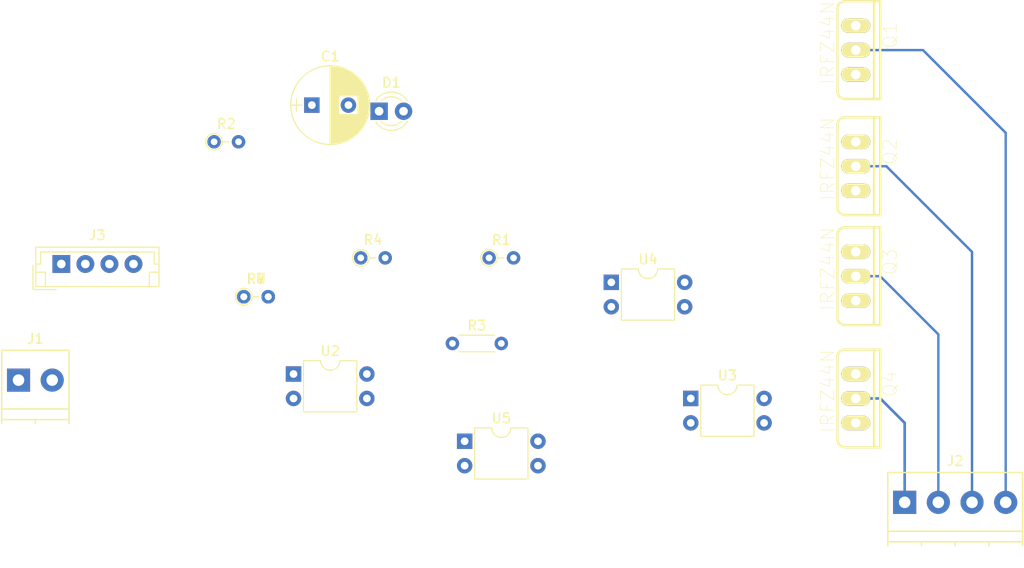
<source format=kicad_pcb>
(kicad_pcb (version 4) (host pcbnew 4.0.6)

  (general
    (links 40)
    (no_connects 34)
    (area 117.909999 73.967999 216.991 126.02)
    (thickness 1.6)
    (drawings 0)
    (tracks 18)
    (zones 0)
    (modules 22)
    (nets 21)
  )

  (page A4)
  (layers
    (0 F.Cu signal)
    (31 B.Cu signal)
    (32 B.Adhes user)
    (33 F.Adhes user)
    (34 B.Paste user)
    (35 F.Paste user)
    (36 B.SilkS user)
    (37 F.SilkS user)
    (38 B.Mask user)
    (39 F.Mask user)
    (40 Dwgs.User user)
    (41 Cmts.User user)
    (42 Eco1.User user)
    (43 Eco2.User user)
    (44 Edge.Cuts user)
    (45 Margin user)
    (46 B.CrtYd user)
    (47 F.CrtYd user)
    (48 B.Fab user)
    (49 F.Fab user)
  )

  (setup
    (last_trace_width 0.25)
    (trace_clearance 0.2)
    (zone_clearance 0.508)
    (zone_45_only no)
    (trace_min 0.2)
    (segment_width 0.2)
    (edge_width 0.1)
    (via_size 0.6)
    (via_drill 0.4)
    (via_min_size 0.4)
    (via_min_drill 0.3)
    (uvia_size 0.3)
    (uvia_drill 0.1)
    (uvias_allowed no)
    (uvia_min_size 0.2)
    (uvia_min_drill 0.1)
    (pcb_text_width 0.3)
    (pcb_text_size 1.5 1.5)
    (mod_edge_width 0.15)
    (mod_text_size 1 1)
    (mod_text_width 0.15)
    (pad_size 1.5 1.5)
    (pad_drill 0.6)
    (pad_to_mask_clearance 0)
    (aux_axis_origin 0 0)
    (visible_elements FFFFFF7F)
    (pcbplotparams
      (layerselection 0x00030_80000001)
      (usegerberextensions false)
      (excludeedgelayer true)
      (linewidth 0.100000)
      (plotframeref false)
      (viasonmask false)
      (mode 1)
      (useauxorigin false)
      (hpglpennumber 1)
      (hpglpenspeed 20)
      (hpglpendiameter 15)
      (hpglpenoverlay 2)
      (psnegative false)
      (psa4output false)
      (plotreference true)
      (plotvalue true)
      (plotinvisibletext false)
      (padsonsilk false)
      (subtractmaskfromsilk false)
      (outputformat 1)
      (mirror false)
      (drillshape 1)
      (scaleselection 1)
      (outputdirectory ""))
  )

  (net 0 "")
  (net 1 "Net-(Q1-Pad1)")
  (net 2 "Net-(J2-Pad4)")
  (net 3 Earth)
  (net 4 "Net-(Q2-Pad1)")
  (net 5 "Net-(J2-Pad3)")
  (net 6 "Net-(Q3-Pad1)")
  (net 7 "Net-(J2-Pad2)")
  (net 8 "Net-(Q4-Pad1)")
  (net 9 "Net-(J2-Pad1)")
  (net 10 +12V)
  (net 11 "Net-(D1-Pad2)")
  (net 12 "Net-(J3-Pad3)")
  (net 13 "Net-(R4-Pad2)")
  (net 14 "Net-(J3-Pad2)")
  (net 15 "Net-(R6-Pad2)")
  (net 16 "Net-(R7-Pad2)")
  (net 17 "Net-(J3-Pad1)")
  (net 18 "Net-(R8-Pad2)")
  (net 19 "Net-(R2-Pad1)")
  (net 20 "Net-(J3-Pad4)")

  (net_class Default "Esta es la clase de red por defecto."
    (clearance 0.2)
    (trace_width 0.25)
    (via_dia 0.6)
    (via_drill 0.4)
    (uvia_dia 0.3)
    (uvia_drill 0.1)
    (add_net +12V)
    (add_net Earth)
    (add_net "Net-(D1-Pad2)")
    (add_net "Net-(J2-Pad1)")
    (add_net "Net-(J2-Pad2)")
    (add_net "Net-(J2-Pad3)")
    (add_net "Net-(J2-Pad4)")
    (add_net "Net-(J3-Pad1)")
    (add_net "Net-(J3-Pad2)")
    (add_net "Net-(J3-Pad3)")
    (add_net "Net-(J3-Pad4)")
    (add_net "Net-(Q1-Pad1)")
    (add_net "Net-(Q2-Pad1)")
    (add_net "Net-(Q3-Pad1)")
    (add_net "Net-(Q4-Pad1)")
    (add_net "Net-(R2-Pad1)")
    (add_net "Net-(R4-Pad2)")
    (add_net "Net-(R6-Pad2)")
    (add_net "Net-(R7-Pad2)")
    (add_net "Net-(R8-Pad2)")
  )

  (module IRFZ44N:TO-220 (layer F.Cu) (tedit 0) (tstamp 5940BA94)
    (at 212.09 79.375 270)
    (path /593DF771)
    (fp_text reference Q1 (at -1.524 -3.556 270) (layer F.SilkS)
      (effects (font (size 1.4 1.4) (thickness 0.05)))
    )
    (fp_text value IRFZ44N (at -0.762 2.921 270) (layer F.SilkS)
      (effects (font (size 1.4 1.4) (thickness 0.05)))
    )
    (fp_arc (start 4.2545 1.0795) (end 4.318 1.905) (angle -90) (layer F.SilkS) (width 0.254))
    (fp_line (start 4.318 1.905) (end -4.318 1.905) (layer F.SilkS) (width 0.254))
    (fp_arc (start -4.318 1.143) (end -5.08 1.143) (angle -90) (layer F.SilkS) (width 0.254))
    (fp_line (start -5.08 1.143) (end -5.08 -1.905) (layer F.SilkS) (width 0.254))
    (fp_line (start -5.08 -1.905) (end -5.08 -2.54) (layer F.SilkS) (width 0.254))
    (fp_line (start 5.08 -2.54) (end 5.08 -1.905) (layer F.SilkS) (width 0.254))
    (fp_line (start 5.08 -1.905) (end 5.08 1.016) (layer F.SilkS) (width 0.254))
    (fp_line (start 5.08 -1.905) (end -5.08 -1.905) (layer F.SilkS) (width 0.254))
    (fp_line (start -4.318 1.905) (end 4.318 1.905) (layer Dwgs.User) (width 0.2032))
    (fp_line (start -5.08 -1.905) (end -5.08 -2.54) (layer Dwgs.User) (width 0.2032))
    (fp_line (start -5.08 -2.54) (end 5.08 -2.54) (layer Dwgs.User) (width 0.2032))
    (fp_line (start 5.08 -2.54) (end 5.08 -1.905) (layer Dwgs.User) (width 0.2032))
    (fp_line (start -5.08 -2.54) (end 5.08 -2.54) (layer F.SilkS) (width 0.254))
    (pad 1 thru_hole oval (at -2.54 0) (size 3.016 1.508) (drill 1) (layers *.Cu *.Mask F.SilkS)
      (net 1 "Net-(Q1-Pad1)"))
    (pad 2 thru_hole oval (at 0 0) (size 3.016 1.508) (drill 1) (layers *.Cu *.Mask F.SilkS)
      (net 2 "Net-(J2-Pad4)"))
    (pad 3 thru_hole oval (at 2.54 0) (size 3.016 1.508) (drill 1) (layers *.Cu *.Mask F.SilkS)
      (net 3 Earth))
  )

  (module IRFZ44N:TO-220 (layer F.Cu) (tedit 0) (tstamp 5940BA9B)
    (at 212.09 91.44 270)
    (path /593F8CD0)
    (fp_text reference Q2 (at -1.524 -3.556 270) (layer F.SilkS)
      (effects (font (size 1.4 1.4) (thickness 0.05)))
    )
    (fp_text value IRFZ44N (at -0.762 2.921 270) (layer F.SilkS)
      (effects (font (size 1.4 1.4) (thickness 0.05)))
    )
    (fp_arc (start 4.2545 1.0795) (end 4.318 1.905) (angle -90) (layer F.SilkS) (width 0.254))
    (fp_line (start 4.318 1.905) (end -4.318 1.905) (layer F.SilkS) (width 0.254))
    (fp_arc (start -4.318 1.143) (end -5.08 1.143) (angle -90) (layer F.SilkS) (width 0.254))
    (fp_line (start -5.08 1.143) (end -5.08 -1.905) (layer F.SilkS) (width 0.254))
    (fp_line (start -5.08 -1.905) (end -5.08 -2.54) (layer F.SilkS) (width 0.254))
    (fp_line (start 5.08 -2.54) (end 5.08 -1.905) (layer F.SilkS) (width 0.254))
    (fp_line (start 5.08 -1.905) (end 5.08 1.016) (layer F.SilkS) (width 0.254))
    (fp_line (start 5.08 -1.905) (end -5.08 -1.905) (layer F.SilkS) (width 0.254))
    (fp_line (start -4.318 1.905) (end 4.318 1.905) (layer Dwgs.User) (width 0.2032))
    (fp_line (start -5.08 -1.905) (end -5.08 -2.54) (layer Dwgs.User) (width 0.2032))
    (fp_line (start -5.08 -2.54) (end 5.08 -2.54) (layer Dwgs.User) (width 0.2032))
    (fp_line (start 5.08 -2.54) (end 5.08 -1.905) (layer Dwgs.User) (width 0.2032))
    (fp_line (start -5.08 -2.54) (end 5.08 -2.54) (layer F.SilkS) (width 0.254))
    (pad 1 thru_hole oval (at -2.54 0) (size 3.016 1.508) (drill 1) (layers *.Cu *.Mask F.SilkS)
      (net 4 "Net-(Q2-Pad1)"))
    (pad 2 thru_hole oval (at 0 0) (size 3.016 1.508) (drill 1) (layers *.Cu *.Mask F.SilkS)
      (net 5 "Net-(J2-Pad3)"))
    (pad 3 thru_hole oval (at 2.54 0) (size 3.016 1.508) (drill 1) (layers *.Cu *.Mask F.SilkS)
      (net 3 Earth))
  )

  (module IRFZ44N:TO-220 (layer F.Cu) (tedit 0) (tstamp 5940BAA2)
    (at 212.09 102.87 270)
    (path /593F8D90)
    (fp_text reference Q3 (at -1.524 -3.556 270) (layer F.SilkS)
      (effects (font (size 1.4 1.4) (thickness 0.05)))
    )
    (fp_text value IRFZ44N (at -0.762 2.921 270) (layer F.SilkS)
      (effects (font (size 1.4 1.4) (thickness 0.05)))
    )
    (fp_arc (start 4.2545 1.0795) (end 4.318 1.905) (angle -90) (layer F.SilkS) (width 0.254))
    (fp_line (start 4.318 1.905) (end -4.318 1.905) (layer F.SilkS) (width 0.254))
    (fp_arc (start -4.318 1.143) (end -5.08 1.143) (angle -90) (layer F.SilkS) (width 0.254))
    (fp_line (start -5.08 1.143) (end -5.08 -1.905) (layer F.SilkS) (width 0.254))
    (fp_line (start -5.08 -1.905) (end -5.08 -2.54) (layer F.SilkS) (width 0.254))
    (fp_line (start 5.08 -2.54) (end 5.08 -1.905) (layer F.SilkS) (width 0.254))
    (fp_line (start 5.08 -1.905) (end 5.08 1.016) (layer F.SilkS) (width 0.254))
    (fp_line (start 5.08 -1.905) (end -5.08 -1.905) (layer F.SilkS) (width 0.254))
    (fp_line (start -4.318 1.905) (end 4.318 1.905) (layer Dwgs.User) (width 0.2032))
    (fp_line (start -5.08 -1.905) (end -5.08 -2.54) (layer Dwgs.User) (width 0.2032))
    (fp_line (start -5.08 -2.54) (end 5.08 -2.54) (layer Dwgs.User) (width 0.2032))
    (fp_line (start 5.08 -2.54) (end 5.08 -1.905) (layer Dwgs.User) (width 0.2032))
    (fp_line (start -5.08 -2.54) (end 5.08 -2.54) (layer F.SilkS) (width 0.254))
    (pad 1 thru_hole oval (at -2.54 0) (size 3.016 1.508) (drill 1) (layers *.Cu *.Mask F.SilkS)
      (net 6 "Net-(Q3-Pad1)"))
    (pad 2 thru_hole oval (at 0 0) (size 3.016 1.508) (drill 1) (layers *.Cu *.Mask F.SilkS)
      (net 7 "Net-(J2-Pad2)"))
    (pad 3 thru_hole oval (at 2.54 0) (size 3.016 1.508) (drill 1) (layers *.Cu *.Mask F.SilkS)
      (net 3 Earth))
  )

  (module IRFZ44N:TO-220 (layer F.Cu) (tedit 0) (tstamp 5940BAA9)
    (at 212.09 115.57 270)
    (path /593F8E52)
    (fp_text reference Q4 (at -1.524 -3.556 270) (layer F.SilkS)
      (effects (font (size 1.4 1.4) (thickness 0.05)))
    )
    (fp_text value IRFZ44N (at -0.762 2.921 270) (layer F.SilkS)
      (effects (font (size 1.4 1.4) (thickness 0.05)))
    )
    (fp_arc (start 4.2545 1.0795) (end 4.318 1.905) (angle -90) (layer F.SilkS) (width 0.254))
    (fp_line (start 4.318 1.905) (end -4.318 1.905) (layer F.SilkS) (width 0.254))
    (fp_arc (start -4.318 1.143) (end -5.08 1.143) (angle -90) (layer F.SilkS) (width 0.254))
    (fp_line (start -5.08 1.143) (end -5.08 -1.905) (layer F.SilkS) (width 0.254))
    (fp_line (start -5.08 -1.905) (end -5.08 -2.54) (layer F.SilkS) (width 0.254))
    (fp_line (start 5.08 -2.54) (end 5.08 -1.905) (layer F.SilkS) (width 0.254))
    (fp_line (start 5.08 -1.905) (end 5.08 1.016) (layer F.SilkS) (width 0.254))
    (fp_line (start 5.08 -1.905) (end -5.08 -1.905) (layer F.SilkS) (width 0.254))
    (fp_line (start -4.318 1.905) (end 4.318 1.905) (layer Dwgs.User) (width 0.2032))
    (fp_line (start -5.08 -1.905) (end -5.08 -2.54) (layer Dwgs.User) (width 0.2032))
    (fp_line (start -5.08 -2.54) (end 5.08 -2.54) (layer Dwgs.User) (width 0.2032))
    (fp_line (start 5.08 -2.54) (end 5.08 -1.905) (layer Dwgs.User) (width 0.2032))
    (fp_line (start -5.08 -2.54) (end 5.08 -2.54) (layer F.SilkS) (width 0.254))
    (pad 1 thru_hole oval (at -2.54 0) (size 3.016 1.508) (drill 1) (layers *.Cu *.Mask F.SilkS)
      (net 8 "Net-(Q4-Pad1)"))
    (pad 2 thru_hole oval (at 0 0) (size 3.016 1.508) (drill 1) (layers *.Cu *.Mask F.SilkS)
      (net 9 "Net-(J2-Pad1)"))
    (pad 3 thru_hole oval (at 2.54 0) (size 3.016 1.508) (drill 1) (layers *.Cu *.Mask F.SilkS)
      (net 3 Earth))
  )

  (module Resistors_THT:R_Axial_DIN0204_L3.6mm_D1.6mm_P2.54mm_Vertical (layer F.Cu) (tedit 5874F706) (tstamp 5940BAB7)
    (at 173.99 100.965)
    (descr "Resistor, Axial_DIN0204 series, Axial, Vertical, pin pitch=2.54mm, 0.16666666666666666W = 1/6W, length*diameter=3.6*1.6mm^2, http://cdn-reichelt.de/documents/datenblatt/B400/1_4W%23YAG.pdf")
    (tags "Resistor Axial_DIN0204 series Axial Vertical pin pitch 2.54mm 0.16666666666666666W = 1/6W length 3.6mm diameter 1.6mm")
    (path /593E1869)
    (fp_text reference R1 (at 1.27 -1.86) (layer F.SilkS)
      (effects (font (size 1 1) (thickness 0.15)))
    )
    (fp_text value 1.2k (at 1.27 1.86) (layer F.Fab)
      (effects (font (size 1 1) (thickness 0.15)))
    )
    (fp_circle (center 0 0) (end 0.8 0) (layer F.Fab) (width 0.1))
    (fp_circle (center 0 0) (end 0.86 0) (layer F.SilkS) (width 0.12))
    (fp_line (start 0 0) (end 2.54 0) (layer F.Fab) (width 0.1))
    (fp_line (start 0.86 0) (end 1.54 0) (layer F.SilkS) (width 0.12))
    (fp_line (start -1.15 -1.15) (end -1.15 1.15) (layer F.CrtYd) (width 0.05))
    (fp_line (start -1.15 1.15) (end 3.55 1.15) (layer F.CrtYd) (width 0.05))
    (fp_line (start 3.55 1.15) (end 3.55 -1.15) (layer F.CrtYd) (width 0.05))
    (fp_line (start 3.55 -1.15) (end -1.15 -1.15) (layer F.CrtYd) (width 0.05))
    (pad 1 thru_hole circle (at 0 0) (size 1.4 1.4) (drill 0.7) (layers *.Cu *.Mask)
      (net 10 +12V))
    (pad 2 thru_hole oval (at 2.54 0) (size 1.4 1.4) (drill 0.7) (layers *.Cu *.Mask)
      (net 11 "Net-(D1-Pad2)"))
    (model Resistors_THT.3dshapes/R_Axial_DIN0204_L3.6mm_D1.6mm_P2.54mm_Vertical.wrl
      (at (xyz 0 0 0))
      (scale (xyz 0.393701 0.393701 0.393701))
      (rotate (xyz 0 0 0))
    )
  )

  (module Resistors_THT:R_Axial_DIN0204_L3.6mm_D1.6mm_P5.08mm_Horizontal (layer F.Cu) (tedit 5874F706) (tstamp 5940BAC9)
    (at 170.18 109.855)
    (descr "Resistor, Axial_DIN0204 series, Axial, Horizontal, pin pitch=5.08mm, 0.16666666666666666W = 1/6W, length*diameter=3.6*1.6mm^2, http://cdn-reichelt.de/documents/datenblatt/B400/1_4W%23YAG.pdf")
    (tags "Resistor Axial_DIN0204 series Axial Horizontal pin pitch 5.08mm 0.16666666666666666W = 1/6W length 3.6mm diameter 1.6mm")
    (path /593DF9EF)
    (fp_text reference R3 (at 2.54 -1.86) (layer F.SilkS)
      (effects (font (size 1 1) (thickness 0.15)))
    )
    (fp_text value 4.7k (at 2.54 1.86) (layer F.Fab)
      (effects (font (size 1 1) (thickness 0.15)))
    )
    (fp_line (start 0.74 -0.8) (end 0.74 0.8) (layer F.Fab) (width 0.1))
    (fp_line (start 0.74 0.8) (end 4.34 0.8) (layer F.Fab) (width 0.1))
    (fp_line (start 4.34 0.8) (end 4.34 -0.8) (layer F.Fab) (width 0.1))
    (fp_line (start 4.34 -0.8) (end 0.74 -0.8) (layer F.Fab) (width 0.1))
    (fp_line (start 0 0) (end 0.74 0) (layer F.Fab) (width 0.1))
    (fp_line (start 5.08 0) (end 4.34 0) (layer F.Fab) (width 0.1))
    (fp_line (start 0.68 -0.86) (end 4.4 -0.86) (layer F.SilkS) (width 0.12))
    (fp_line (start 0.68 0.86) (end 4.4 0.86) (layer F.SilkS) (width 0.12))
    (fp_line (start -0.95 -1.15) (end -0.95 1.15) (layer F.CrtYd) (width 0.05))
    (fp_line (start -0.95 1.15) (end 6.05 1.15) (layer F.CrtYd) (width 0.05))
    (fp_line (start 6.05 1.15) (end 6.05 -1.15) (layer F.CrtYd) (width 0.05))
    (fp_line (start 6.05 -1.15) (end -0.95 -1.15) (layer F.CrtYd) (width 0.05))
    (pad 1 thru_hole circle (at 0 0) (size 1.4 1.4) (drill 0.7) (layers *.Cu *.Mask)
      (net 10 +12V))
    (pad 2 thru_hole oval (at 5.08 0) (size 1.4 1.4) (drill 0.7) (layers *.Cu *.Mask)
      (net 1 "Net-(Q1-Pad1)"))
    (model Resistors_THT.3dshapes/R_Axial_DIN0204_L3.6mm_D1.6mm_P5.08mm_Horizontal.wrl
      (at (xyz 0 0 0))
      (scale (xyz 0.393701 0.393701 0.393701))
      (rotate (xyz 0 0 0))
    )
  )

  (module Resistors_THT:R_Axial_DIN0204_L3.6mm_D1.6mm_P2.54mm_Vertical (layer F.Cu) (tedit 5874F706) (tstamp 5940BAD7)
    (at 160.655 100.965)
    (descr "Resistor, Axial_DIN0204 series, Axial, Vertical, pin pitch=2.54mm, 0.16666666666666666W = 1/6W, length*diameter=3.6*1.6mm^2, http://cdn-reichelt.de/documents/datenblatt/B400/1_4W%23YAG.pdf")
    (tags "Resistor Axial_DIN0204 series Axial Vertical pin pitch 2.54mm 0.16666666666666666W = 1/6W length 3.6mm diameter 1.6mm")
    (path /593F81C4)
    (fp_text reference R4 (at 1.27 -1.86) (layer F.SilkS)
      (effects (font (size 1 1) (thickness 0.15)))
    )
    (fp_text value 220 (at 1.27 1.86) (layer F.Fab)
      (effects (font (size 1 1) (thickness 0.15)))
    )
    (fp_circle (center 0 0) (end 0.8 0) (layer F.Fab) (width 0.1))
    (fp_circle (center 0 0) (end 0.86 0) (layer F.SilkS) (width 0.12))
    (fp_line (start 0 0) (end 2.54 0) (layer F.Fab) (width 0.1))
    (fp_line (start 0.86 0) (end 1.54 0) (layer F.SilkS) (width 0.12))
    (fp_line (start -1.15 -1.15) (end -1.15 1.15) (layer F.CrtYd) (width 0.05))
    (fp_line (start -1.15 1.15) (end 3.55 1.15) (layer F.CrtYd) (width 0.05))
    (fp_line (start 3.55 1.15) (end 3.55 -1.15) (layer F.CrtYd) (width 0.05))
    (fp_line (start 3.55 -1.15) (end -1.15 -1.15) (layer F.CrtYd) (width 0.05))
    (pad 1 thru_hole circle (at 0 0) (size 1.4 1.4) (drill 0.7) (layers *.Cu *.Mask)
      (net 12 "Net-(J3-Pad3)"))
    (pad 2 thru_hole oval (at 2.54 0) (size 1.4 1.4) (drill 0.7) (layers *.Cu *.Mask)
      (net 13 "Net-(R4-Pad2)"))
    (model Resistors_THT.3dshapes/R_Axial_DIN0204_L3.6mm_D1.6mm_P2.54mm_Vertical.wrl
      (at (xyz 0 0 0))
      (scale (xyz 0.393701 0.393701 0.393701))
      (rotate (xyz 0 0 0))
    )
  )

  (module Resistors_THT:R_Axial_DIN0204_L3.6mm_D1.6mm_P2.54mm_Vertical (layer F.Cu) (tedit 5874F706) (tstamp 5940BAE5)
    (at 148.5011 105.0036)
    (descr "Resistor, Axial_DIN0204 series, Axial, Vertical, pin pitch=2.54mm, 0.16666666666666666W = 1/6W, length*diameter=3.6*1.6mm^2, http://cdn-reichelt.de/documents/datenblatt/B400/1_4W%23YAG.pdf")
    (tags "Resistor Axial_DIN0204 series Axial Vertical pin pitch 2.54mm 0.16666666666666666W = 1/6W length 3.6mm diameter 1.6mm")
    (path /593F8019)
    (fp_text reference R5 (at 1.27 -1.86) (layer F.SilkS)
      (effects (font (size 1 1) (thickness 0.15)))
    )
    (fp_text value 4.7K (at 1.27 1.86) (layer F.Fab)
      (effects (font (size 1 1) (thickness 0.15)))
    )
    (fp_circle (center 0 0) (end 0.8 0) (layer F.Fab) (width 0.1))
    (fp_circle (center 0 0) (end 0.86 0) (layer F.SilkS) (width 0.12))
    (fp_line (start 0 0) (end 2.54 0) (layer F.Fab) (width 0.1))
    (fp_line (start 0.86 0) (end 1.54 0) (layer F.SilkS) (width 0.12))
    (fp_line (start -1.15 -1.15) (end -1.15 1.15) (layer F.CrtYd) (width 0.05))
    (fp_line (start -1.15 1.15) (end 3.55 1.15) (layer F.CrtYd) (width 0.05))
    (fp_line (start 3.55 1.15) (end 3.55 -1.15) (layer F.CrtYd) (width 0.05))
    (fp_line (start 3.55 -1.15) (end -1.15 -1.15) (layer F.CrtYd) (width 0.05))
    (pad 1 thru_hole circle (at 0 0) (size 1.4 1.4) (drill 0.7) (layers *.Cu *.Mask)
      (net 10 +12V))
    (pad 2 thru_hole oval (at 2.54 0) (size 1.4 1.4) (drill 0.7) (layers *.Cu *.Mask)
      (net 4 "Net-(Q2-Pad1)"))
    (model Resistors_THT.3dshapes/R_Axial_DIN0204_L3.6mm_D1.6mm_P2.54mm_Vertical.wrl
      (at (xyz 0 0 0))
      (scale (xyz 0.393701 0.393701 0.393701))
      (rotate (xyz 0 0 0))
    )
  )

  (module Resistors_THT:R_Axial_DIN0204_L3.6mm_D1.6mm_P2.54mm_Vertical (layer F.Cu) (tedit 5874F706) (tstamp 5940BAF3)
    (at 148.5011 105.0036)
    (descr "Resistor, Axial_DIN0204 series, Axial, Vertical, pin pitch=2.54mm, 0.16666666666666666W = 1/6W, length*diameter=3.6*1.6mm^2, http://cdn-reichelt.de/documents/datenblatt/B400/1_4W%23YAG.pdf")
    (tags "Resistor Axial_DIN0204 series Axial Vertical pin pitch 2.54mm 0.16666666666666666W = 1/6W length 3.6mm diameter 1.6mm")
    (path /593F825F)
    (fp_text reference R6 (at 1.27 -1.86) (layer F.SilkS)
      (effects (font (size 1 1) (thickness 0.15)))
    )
    (fp_text value 220 (at 1.27 1.86) (layer F.Fab)
      (effects (font (size 1 1) (thickness 0.15)))
    )
    (fp_circle (center 0 0) (end 0.8 0) (layer F.Fab) (width 0.1))
    (fp_circle (center 0 0) (end 0.86 0) (layer F.SilkS) (width 0.12))
    (fp_line (start 0 0) (end 2.54 0) (layer F.Fab) (width 0.1))
    (fp_line (start 0.86 0) (end 1.54 0) (layer F.SilkS) (width 0.12))
    (fp_line (start -1.15 -1.15) (end -1.15 1.15) (layer F.CrtYd) (width 0.05))
    (fp_line (start -1.15 1.15) (end 3.55 1.15) (layer F.CrtYd) (width 0.05))
    (fp_line (start 3.55 1.15) (end 3.55 -1.15) (layer F.CrtYd) (width 0.05))
    (fp_line (start 3.55 -1.15) (end -1.15 -1.15) (layer F.CrtYd) (width 0.05))
    (pad 1 thru_hole circle (at 0 0) (size 1.4 1.4) (drill 0.7) (layers *.Cu *.Mask)
      (net 14 "Net-(J3-Pad2)"))
    (pad 2 thru_hole oval (at 2.54 0) (size 1.4 1.4) (drill 0.7) (layers *.Cu *.Mask)
      (net 15 "Net-(R6-Pad2)"))
    (model Resistors_THT.3dshapes/R_Axial_DIN0204_L3.6mm_D1.6mm_P2.54mm_Vertical.wrl
      (at (xyz 0 0 0))
      (scale (xyz 0.393701 0.393701 0.393701))
      (rotate (xyz 0 0 0))
    )
  )

  (module Resistors_THT:R_Axial_DIN0204_L3.6mm_D1.6mm_P2.54mm_Vertical (layer F.Cu) (tedit 5874F706) (tstamp 5940BB01)
    (at 148.5011 105.0036)
    (descr "Resistor, Axial_DIN0204 series, Axial, Vertical, pin pitch=2.54mm, 0.16666666666666666W = 1/6W, length*diameter=3.6*1.6mm^2, http://cdn-reichelt.de/documents/datenblatt/B400/1_4W%23YAG.pdf")
    (tags "Resistor Axial_DIN0204 series Axial Vertical pin pitch 2.54mm 0.16666666666666666W = 1/6W length 3.6mm diameter 1.6mm")
    (path /593F80AC)
    (fp_text reference R7 (at 1.27 -1.86) (layer F.SilkS)
      (effects (font (size 1 1) (thickness 0.15)))
    )
    (fp_text value 4.7k (at 1.27 1.86) (layer F.Fab)
      (effects (font (size 1 1) (thickness 0.15)))
    )
    (fp_circle (center 0 0) (end 0.8 0) (layer F.Fab) (width 0.1))
    (fp_circle (center 0 0) (end 0.86 0) (layer F.SilkS) (width 0.12))
    (fp_line (start 0 0) (end 2.54 0) (layer F.Fab) (width 0.1))
    (fp_line (start 0.86 0) (end 1.54 0) (layer F.SilkS) (width 0.12))
    (fp_line (start -1.15 -1.15) (end -1.15 1.15) (layer F.CrtYd) (width 0.05))
    (fp_line (start -1.15 1.15) (end 3.55 1.15) (layer F.CrtYd) (width 0.05))
    (fp_line (start 3.55 1.15) (end 3.55 -1.15) (layer F.CrtYd) (width 0.05))
    (fp_line (start 3.55 -1.15) (end -1.15 -1.15) (layer F.CrtYd) (width 0.05))
    (pad 1 thru_hole circle (at 0 0) (size 1.4 1.4) (drill 0.7) (layers *.Cu *.Mask)
      (net 10 +12V))
    (pad 2 thru_hole oval (at 2.54 0) (size 1.4 1.4) (drill 0.7) (layers *.Cu *.Mask)
      (net 16 "Net-(R7-Pad2)"))
    (model Resistors_THT.3dshapes/R_Axial_DIN0204_L3.6mm_D1.6mm_P2.54mm_Vertical.wrl
      (at (xyz 0 0 0))
      (scale (xyz 0.393701 0.393701 0.393701))
      (rotate (xyz 0 0 0))
    )
  )

  (module Resistors_THT:R_Axial_DIN0204_L3.6mm_D1.6mm_P2.54mm_Vertical (layer F.Cu) (tedit 5874F706) (tstamp 5940BB0F)
    (at 148.5011 105.0036)
    (descr "Resistor, Axial_DIN0204 series, Axial, Vertical, pin pitch=2.54mm, 0.16666666666666666W = 1/6W, length*diameter=3.6*1.6mm^2, http://cdn-reichelt.de/documents/datenblatt/B400/1_4W%23YAG.pdf")
    (tags "Resistor Axial_DIN0204 series Axial Vertical pin pitch 2.54mm 0.16666666666666666W = 1/6W length 3.6mm diameter 1.6mm")
    (path /593F82EA)
    (fp_text reference R8 (at 1.27 -1.86) (layer F.SilkS)
      (effects (font (size 1 1) (thickness 0.15)))
    )
    (fp_text value 220 (at 1.27 1.86) (layer F.Fab)
      (effects (font (size 1 1) (thickness 0.15)))
    )
    (fp_circle (center 0 0) (end 0.8 0) (layer F.Fab) (width 0.1))
    (fp_circle (center 0 0) (end 0.86 0) (layer F.SilkS) (width 0.12))
    (fp_line (start 0 0) (end 2.54 0) (layer F.Fab) (width 0.1))
    (fp_line (start 0.86 0) (end 1.54 0) (layer F.SilkS) (width 0.12))
    (fp_line (start -1.15 -1.15) (end -1.15 1.15) (layer F.CrtYd) (width 0.05))
    (fp_line (start -1.15 1.15) (end 3.55 1.15) (layer F.CrtYd) (width 0.05))
    (fp_line (start 3.55 1.15) (end 3.55 -1.15) (layer F.CrtYd) (width 0.05))
    (fp_line (start 3.55 -1.15) (end -1.15 -1.15) (layer F.CrtYd) (width 0.05))
    (pad 1 thru_hole circle (at 0 0) (size 1.4 1.4) (drill 0.7) (layers *.Cu *.Mask)
      (net 17 "Net-(J3-Pad1)"))
    (pad 2 thru_hole oval (at 2.54 0) (size 1.4 1.4) (drill 0.7) (layers *.Cu *.Mask)
      (net 18 "Net-(R8-Pad2)"))
    (model Resistors_THT.3dshapes/R_Axial_DIN0204_L3.6mm_D1.6mm_P2.54mm_Vertical.wrl
      (at (xyz 0 0 0))
      (scale (xyz 0.393701 0.393701 0.393701))
      (rotate (xyz 0 0 0))
    )
  )

  (module Resistors_THT:R_Axial_DIN0204_L3.6mm_D1.6mm_P2.54mm_Vertical (layer F.Cu) (tedit 5874F706) (tstamp 5940BB1D)
    (at 148.5011 105.0036)
    (descr "Resistor, Axial_DIN0204 series, Axial, Vertical, pin pitch=2.54mm, 0.16666666666666666W = 1/6W, length*diameter=3.6*1.6mm^2, http://cdn-reichelt.de/documents/datenblatt/B400/1_4W%23YAG.pdf")
    (tags "Resistor Axial_DIN0204 series Axial Vertical pin pitch 2.54mm 0.16666666666666666W = 1/6W length 3.6mm diameter 1.6mm")
    (path /593F812D)
    (fp_text reference R9 (at 1.27 -1.86) (layer F.SilkS)
      (effects (font (size 1 1) (thickness 0.15)))
    )
    (fp_text value 4.7k (at 1.27 1.86) (layer F.Fab)
      (effects (font (size 1 1) (thickness 0.15)))
    )
    (fp_circle (center 0 0) (end 0.8 0) (layer F.Fab) (width 0.1))
    (fp_circle (center 0 0) (end 0.86 0) (layer F.SilkS) (width 0.12))
    (fp_line (start 0 0) (end 2.54 0) (layer F.Fab) (width 0.1))
    (fp_line (start 0.86 0) (end 1.54 0) (layer F.SilkS) (width 0.12))
    (fp_line (start -1.15 -1.15) (end -1.15 1.15) (layer F.CrtYd) (width 0.05))
    (fp_line (start -1.15 1.15) (end 3.55 1.15) (layer F.CrtYd) (width 0.05))
    (fp_line (start 3.55 1.15) (end 3.55 -1.15) (layer F.CrtYd) (width 0.05))
    (fp_line (start 3.55 -1.15) (end -1.15 -1.15) (layer F.CrtYd) (width 0.05))
    (pad 1 thru_hole circle (at 0 0) (size 1.4 1.4) (drill 0.7) (layers *.Cu *.Mask)
      (net 10 +12V))
    (pad 2 thru_hole oval (at 2.54 0) (size 1.4 1.4) (drill 0.7) (layers *.Cu *.Mask)
      (net 8 "Net-(Q4-Pad1)"))
    (model Resistors_THT.3dshapes/R_Axial_DIN0204_L3.6mm_D1.6mm_P2.54mm_Vertical.wrl
      (at (xyz 0 0 0))
      (scale (xyz 0.393701 0.393701 0.393701))
      (rotate (xyz 0 0 0))
    )
  )

  (module Housings_DIP:DIP-4_W7.62mm (layer F.Cu) (tedit 58CC8E31) (tstamp 5940BB25)
    (at 153.67 113.03)
    (descr "4-lead dip package, row spacing 7.62 mm (300 mils)")
    (tags "DIL DIP PDIP 2.54mm 7.62mm 300mil")
    (path /593DF926)
    (fp_text reference U2 (at 3.81 -2.39) (layer F.SilkS)
      (effects (font (size 1 1) (thickness 0.15)))
    )
    (fp_text value PC817 (at 3.81 4.93) (layer F.Fab)
      (effects (font (size 1 1) (thickness 0.15)))
    )
    (fp_text user %R (at 3.81 1.27) (layer F.Fab)
      (effects (font (size 1 1) (thickness 0.15)))
    )
    (fp_line (start 1.635 -1.27) (end 6.985 -1.27) (layer F.Fab) (width 0.1))
    (fp_line (start 6.985 -1.27) (end 6.985 3.81) (layer F.Fab) (width 0.1))
    (fp_line (start 6.985 3.81) (end 0.635 3.81) (layer F.Fab) (width 0.1))
    (fp_line (start 0.635 3.81) (end 0.635 -0.27) (layer F.Fab) (width 0.1))
    (fp_line (start 0.635 -0.27) (end 1.635 -1.27) (layer F.Fab) (width 0.1))
    (fp_line (start 2.81 -1.39) (end 1.04 -1.39) (layer F.SilkS) (width 0.12))
    (fp_line (start 1.04 -1.39) (end 1.04 3.93) (layer F.SilkS) (width 0.12))
    (fp_line (start 1.04 3.93) (end 6.58 3.93) (layer F.SilkS) (width 0.12))
    (fp_line (start 6.58 3.93) (end 6.58 -1.39) (layer F.SilkS) (width 0.12))
    (fp_line (start 6.58 -1.39) (end 4.81 -1.39) (layer F.SilkS) (width 0.12))
    (fp_line (start -1.1 -1.6) (end -1.1 4.1) (layer F.CrtYd) (width 0.05))
    (fp_line (start -1.1 4.1) (end 8.7 4.1) (layer F.CrtYd) (width 0.05))
    (fp_line (start 8.7 4.1) (end 8.7 -1.6) (layer F.CrtYd) (width 0.05))
    (fp_line (start 8.7 -1.6) (end -1.1 -1.6) (layer F.CrtYd) (width 0.05))
    (fp_arc (start 3.81 -1.39) (end 2.81 -1.39) (angle -180) (layer F.SilkS) (width 0.12))
    (pad 1 thru_hole rect (at 0 0) (size 1.6 1.6) (drill 0.8) (layers *.Cu *.Mask)
      (net 19 "Net-(R2-Pad1)"))
    (pad 3 thru_hole oval (at 7.62 2.54) (size 1.6 1.6) (drill 0.8) (layers *.Cu *.Mask)
      (net 3 Earth))
    (pad 2 thru_hole oval (at 0 2.54) (size 1.6 1.6) (drill 0.8) (layers *.Cu *.Mask)
      (net 3 Earth))
    (pad 4 thru_hole oval (at 7.62 0) (size 1.6 1.6) (drill 0.8) (layers *.Cu *.Mask)
      (net 1 "Net-(Q1-Pad1)"))
    (model ${KISYS3DMOD}/Housings_DIP.3dshapes/DIP-4_W7.62mm.wrl
      (at (xyz 0 0 0))
      (scale (xyz 1 1 1))
      (rotate (xyz 0 0 0))
    )
  )

  (module Housings_DIP:DIP-4_W7.62mm (layer F.Cu) (tedit 58CC8E31) (tstamp 5940BB2D)
    (at 194.945 115.57)
    (descr "4-lead dip package, row spacing 7.62 mm (300 mils)")
    (tags "DIL DIP PDIP 2.54mm 7.62mm 300mil")
    (path /593F7E77)
    (fp_text reference U3 (at 3.81 -2.39) (layer F.SilkS)
      (effects (font (size 1 1) (thickness 0.15)))
    )
    (fp_text value PC817 (at 3.81 4.93) (layer F.Fab)
      (effects (font (size 1 1) (thickness 0.15)))
    )
    (fp_text user %R (at 3.81 1.27) (layer F.Fab)
      (effects (font (size 1 1) (thickness 0.15)))
    )
    (fp_line (start 1.635 -1.27) (end 6.985 -1.27) (layer F.Fab) (width 0.1))
    (fp_line (start 6.985 -1.27) (end 6.985 3.81) (layer F.Fab) (width 0.1))
    (fp_line (start 6.985 3.81) (end 0.635 3.81) (layer F.Fab) (width 0.1))
    (fp_line (start 0.635 3.81) (end 0.635 -0.27) (layer F.Fab) (width 0.1))
    (fp_line (start 0.635 -0.27) (end 1.635 -1.27) (layer F.Fab) (width 0.1))
    (fp_line (start 2.81 -1.39) (end 1.04 -1.39) (layer F.SilkS) (width 0.12))
    (fp_line (start 1.04 -1.39) (end 1.04 3.93) (layer F.SilkS) (width 0.12))
    (fp_line (start 1.04 3.93) (end 6.58 3.93) (layer F.SilkS) (width 0.12))
    (fp_line (start 6.58 3.93) (end 6.58 -1.39) (layer F.SilkS) (width 0.12))
    (fp_line (start 6.58 -1.39) (end 4.81 -1.39) (layer F.SilkS) (width 0.12))
    (fp_line (start -1.1 -1.6) (end -1.1 4.1) (layer F.CrtYd) (width 0.05))
    (fp_line (start -1.1 4.1) (end 8.7 4.1) (layer F.CrtYd) (width 0.05))
    (fp_line (start 8.7 4.1) (end 8.7 -1.6) (layer F.CrtYd) (width 0.05))
    (fp_line (start 8.7 -1.6) (end -1.1 -1.6) (layer F.CrtYd) (width 0.05))
    (fp_arc (start 3.81 -1.39) (end 2.81 -1.39) (angle -180) (layer F.SilkS) (width 0.12))
    (pad 1 thru_hole rect (at 0 0) (size 1.6 1.6) (drill 0.8) (layers *.Cu *.Mask)
      (net 13 "Net-(R4-Pad2)"))
    (pad 3 thru_hole oval (at 7.62 2.54) (size 1.6 1.6) (drill 0.8) (layers *.Cu *.Mask)
      (net 3 Earth))
    (pad 2 thru_hole oval (at 0 2.54) (size 1.6 1.6) (drill 0.8) (layers *.Cu *.Mask)
      (net 3 Earth))
    (pad 4 thru_hole oval (at 7.62 0) (size 1.6 1.6) (drill 0.8) (layers *.Cu *.Mask)
      (net 4 "Net-(Q2-Pad1)"))
    (model ${KISYS3DMOD}/Housings_DIP.3dshapes/DIP-4_W7.62mm.wrl
      (at (xyz 0 0 0))
      (scale (xyz 1 1 1))
      (rotate (xyz 0 0 0))
    )
  )

  (module Housings_DIP:DIP-4_W7.62mm (layer F.Cu) (tedit 58CC8E31) (tstamp 5940BB35)
    (at 186.69 103.505)
    (descr "4-lead dip package, row spacing 7.62 mm (300 mils)")
    (tags "DIL DIP PDIP 2.54mm 7.62mm 300mil")
    (path /593F7F17)
    (fp_text reference U4 (at 3.81 -2.39) (layer F.SilkS)
      (effects (font (size 1 1) (thickness 0.15)))
    )
    (fp_text value PC817 (at 3.81 4.93) (layer F.Fab)
      (effects (font (size 1 1) (thickness 0.15)))
    )
    (fp_text user %R (at 3.81 1.27) (layer F.Fab)
      (effects (font (size 1 1) (thickness 0.15)))
    )
    (fp_line (start 1.635 -1.27) (end 6.985 -1.27) (layer F.Fab) (width 0.1))
    (fp_line (start 6.985 -1.27) (end 6.985 3.81) (layer F.Fab) (width 0.1))
    (fp_line (start 6.985 3.81) (end 0.635 3.81) (layer F.Fab) (width 0.1))
    (fp_line (start 0.635 3.81) (end 0.635 -0.27) (layer F.Fab) (width 0.1))
    (fp_line (start 0.635 -0.27) (end 1.635 -1.27) (layer F.Fab) (width 0.1))
    (fp_line (start 2.81 -1.39) (end 1.04 -1.39) (layer F.SilkS) (width 0.12))
    (fp_line (start 1.04 -1.39) (end 1.04 3.93) (layer F.SilkS) (width 0.12))
    (fp_line (start 1.04 3.93) (end 6.58 3.93) (layer F.SilkS) (width 0.12))
    (fp_line (start 6.58 3.93) (end 6.58 -1.39) (layer F.SilkS) (width 0.12))
    (fp_line (start 6.58 -1.39) (end 4.81 -1.39) (layer F.SilkS) (width 0.12))
    (fp_line (start -1.1 -1.6) (end -1.1 4.1) (layer F.CrtYd) (width 0.05))
    (fp_line (start -1.1 4.1) (end 8.7 4.1) (layer F.CrtYd) (width 0.05))
    (fp_line (start 8.7 4.1) (end 8.7 -1.6) (layer F.CrtYd) (width 0.05))
    (fp_line (start 8.7 -1.6) (end -1.1 -1.6) (layer F.CrtYd) (width 0.05))
    (fp_arc (start 3.81 -1.39) (end 2.81 -1.39) (angle -180) (layer F.SilkS) (width 0.12))
    (pad 1 thru_hole rect (at 0 0) (size 1.6 1.6) (drill 0.8) (layers *.Cu *.Mask)
      (net 15 "Net-(R6-Pad2)"))
    (pad 3 thru_hole oval (at 7.62 2.54) (size 1.6 1.6) (drill 0.8) (layers *.Cu *.Mask)
      (net 3 Earth))
    (pad 2 thru_hole oval (at 0 2.54) (size 1.6 1.6) (drill 0.8) (layers *.Cu *.Mask)
      (net 3 Earth))
    (pad 4 thru_hole oval (at 7.62 0) (size 1.6 1.6) (drill 0.8) (layers *.Cu *.Mask)
      (net 16 "Net-(R7-Pad2)"))
    (model ${KISYS3DMOD}/Housings_DIP.3dshapes/DIP-4_W7.62mm.wrl
      (at (xyz 0 0 0))
      (scale (xyz 1 1 1))
      (rotate (xyz 0 0 0))
    )
  )

  (module Housings_DIP:DIP-4_W7.62mm (layer F.Cu) (tedit 58CC8E31) (tstamp 5940BB3D)
    (at 171.45 120.015)
    (descr "4-lead dip package, row spacing 7.62 mm (300 mils)")
    (tags "DIL DIP PDIP 2.54mm 7.62mm 300mil")
    (path /593F7F7A)
    (fp_text reference U5 (at 3.81 -2.39) (layer F.SilkS)
      (effects (font (size 1 1) (thickness 0.15)))
    )
    (fp_text value PC817 (at 3.81 4.93) (layer F.Fab)
      (effects (font (size 1 1) (thickness 0.15)))
    )
    (fp_text user %R (at 3.81 1.27) (layer F.Fab)
      (effects (font (size 1 1) (thickness 0.15)))
    )
    (fp_line (start 1.635 -1.27) (end 6.985 -1.27) (layer F.Fab) (width 0.1))
    (fp_line (start 6.985 -1.27) (end 6.985 3.81) (layer F.Fab) (width 0.1))
    (fp_line (start 6.985 3.81) (end 0.635 3.81) (layer F.Fab) (width 0.1))
    (fp_line (start 0.635 3.81) (end 0.635 -0.27) (layer F.Fab) (width 0.1))
    (fp_line (start 0.635 -0.27) (end 1.635 -1.27) (layer F.Fab) (width 0.1))
    (fp_line (start 2.81 -1.39) (end 1.04 -1.39) (layer F.SilkS) (width 0.12))
    (fp_line (start 1.04 -1.39) (end 1.04 3.93) (layer F.SilkS) (width 0.12))
    (fp_line (start 1.04 3.93) (end 6.58 3.93) (layer F.SilkS) (width 0.12))
    (fp_line (start 6.58 3.93) (end 6.58 -1.39) (layer F.SilkS) (width 0.12))
    (fp_line (start 6.58 -1.39) (end 4.81 -1.39) (layer F.SilkS) (width 0.12))
    (fp_line (start -1.1 -1.6) (end -1.1 4.1) (layer F.CrtYd) (width 0.05))
    (fp_line (start -1.1 4.1) (end 8.7 4.1) (layer F.CrtYd) (width 0.05))
    (fp_line (start 8.7 4.1) (end 8.7 -1.6) (layer F.CrtYd) (width 0.05))
    (fp_line (start 8.7 -1.6) (end -1.1 -1.6) (layer F.CrtYd) (width 0.05))
    (fp_arc (start 3.81 -1.39) (end 2.81 -1.39) (angle -180) (layer F.SilkS) (width 0.12))
    (pad 1 thru_hole rect (at 0 0) (size 1.6 1.6) (drill 0.8) (layers *.Cu *.Mask)
      (net 18 "Net-(R8-Pad2)"))
    (pad 3 thru_hole oval (at 7.62 2.54) (size 1.6 1.6) (drill 0.8) (layers *.Cu *.Mask)
      (net 3 Earth))
    (pad 2 thru_hole oval (at 0 2.54) (size 1.6 1.6) (drill 0.8) (layers *.Cu *.Mask)
      (net 3 Earth))
    (pad 4 thru_hole oval (at 7.62 0) (size 1.6 1.6) (drill 0.8) (layers *.Cu *.Mask)
      (net 8 "Net-(Q4-Pad1)"))
    (model ${KISYS3DMOD}/Housings_DIP.3dshapes/DIP-4_W7.62mm.wrl
      (at (xyz 0 0 0))
      (scale (xyz 1 1 1))
      (rotate (xyz 0 0 0))
    )
  )

  (module Resistors_THT:R_Axial_DIN0204_L3.6mm_D1.6mm_P2.54mm_Vertical (layer F.Cu) (tedit 5874F706) (tstamp 5940BC0E)
    (at 145.415 88.9)
    (descr "Resistor, Axial_DIN0204 series, Axial, Vertical, pin pitch=2.54mm, 0.16666666666666666W = 1/6W, length*diameter=3.6*1.6mm^2, http://cdn-reichelt.de/documents/datenblatt/B400/1_4W%23YAG.pdf")
    (tags "Resistor Axial_DIN0204 series Axial Vertical pin pitch 2.54mm 0.16666666666666666W = 1/6W length 3.6mm diameter 1.6mm")
    (path /593DFA2C)
    (fp_text reference R2 (at 1.27 -1.86) (layer F.SilkS)
      (effects (font (size 1 1) (thickness 0.15)))
    )
    (fp_text value 220r (at 1.27 1.86) (layer F.Fab)
      (effects (font (size 1 1) (thickness 0.15)))
    )
    (fp_circle (center 0 0) (end 0.8 0) (layer F.Fab) (width 0.1))
    (fp_circle (center 0 0) (end 0.86 0) (layer F.SilkS) (width 0.12))
    (fp_line (start 0 0) (end 2.54 0) (layer F.Fab) (width 0.1))
    (fp_line (start 0.86 0) (end 1.54 0) (layer F.SilkS) (width 0.12))
    (fp_line (start -1.15 -1.15) (end -1.15 1.15) (layer F.CrtYd) (width 0.05))
    (fp_line (start -1.15 1.15) (end 3.55 1.15) (layer F.CrtYd) (width 0.05))
    (fp_line (start 3.55 1.15) (end 3.55 -1.15) (layer F.CrtYd) (width 0.05))
    (fp_line (start 3.55 -1.15) (end -1.15 -1.15) (layer F.CrtYd) (width 0.05))
    (pad 1 thru_hole circle (at 0 0) (size 1.4 1.4) (drill 0.7) (layers *.Cu *.Mask)
      (net 19 "Net-(R2-Pad1)"))
    (pad 2 thru_hole oval (at 2.54 0) (size 1.4 1.4) (drill 0.7) (layers *.Cu *.Mask)
      (net 20 "Net-(J3-Pad4)"))
    (model Resistors_THT.3dshapes/R_Axial_DIN0204_L3.6mm_D1.6mm_P2.54mm_Vertical.wrl
      (at (xyz 0 0 0))
      (scale (xyz 0.393701 0.393701 0.393701))
      (rotate (xyz 0 0 0))
    )
  )

  (module LEDs:LED_D3.0mm_FlatTop (layer F.Cu) (tedit 5880A862) (tstamp 5940BC3C)
    (at 162.56 85.725)
    (descr "LED, Round, FlatTop, diameter 3.0mm, 2 pins, http://www.kingbright.com/attachments/file/psearch/000/00/00/L-47XEC(Ver.9A).pdf")
    (tags "LED Round FlatTop diameter 3.0mm 2 pins")
    (path /593E1781)
    (fp_text reference D1 (at 1.27 -2.96) (layer F.SilkS)
      (effects (font (size 1 1) (thickness 0.15)))
    )
    (fp_text value LED (at 1.27 2.96) (layer F.Fab)
      (effects (font (size 1 1) (thickness 0.15)))
    )
    (fp_arc (start 1.27 0) (end -0.23 -1.16619) (angle 284.3) (layer F.Fab) (width 0.1))
    (fp_arc (start 1.27 0) (end -0.29 -1.235516) (angle 108.8) (layer F.SilkS) (width 0.12))
    (fp_arc (start 1.27 0) (end -0.29 1.235516) (angle -108.8) (layer F.SilkS) (width 0.12))
    (fp_arc (start 1.27 0) (end 0.229039 -1.08) (angle 87.9) (layer F.SilkS) (width 0.12))
    (fp_arc (start 1.27 0) (end 0.229039 1.08) (angle -87.9) (layer F.SilkS) (width 0.12))
    (fp_circle (center 1.27 0) (end 2.77 0) (layer F.Fab) (width 0.1))
    (fp_line (start -0.23 -1.16619) (end -0.23 1.16619) (layer F.Fab) (width 0.1))
    (fp_line (start -0.29 -1.236) (end -0.29 -1.08) (layer F.SilkS) (width 0.12))
    (fp_line (start -0.29 1.08) (end -0.29 1.236) (layer F.SilkS) (width 0.12))
    (fp_line (start -1.15 -2.25) (end -1.15 2.25) (layer F.CrtYd) (width 0.05))
    (fp_line (start -1.15 2.25) (end 3.7 2.25) (layer F.CrtYd) (width 0.05))
    (fp_line (start 3.7 2.25) (end 3.7 -2.25) (layer F.CrtYd) (width 0.05))
    (fp_line (start 3.7 -2.25) (end -1.15 -2.25) (layer F.CrtYd) (width 0.05))
    (pad 1 thru_hole rect (at 0 0) (size 1.8 1.8) (drill 0.9) (layers *.Cu *.Mask)
      (net 3 Earth))
    (pad 2 thru_hole circle (at 2.54 0) (size 1.8 1.8) (drill 0.9) (layers *.Cu *.Mask)
      (net 11 "Net-(D1-Pad2)"))
    (model LEDs.3dshapes/LED_D3.0mm_FlatTop.wrl
      (at (xyz 0 0 0))
      (scale (xyz 0.393701 0.393701 0.393701))
      (rotate (xyz 0 0 0))
    )
  )

  (module Connectors_Terminal_Blocks:TerminalBlock_Pheonix_PT-3.5mm_2pol (layer F.Cu) (tedit 0) (tstamp 5940BC42)
    (at 125.095 113.665)
    (descr "2-way 3.5mm pitch terminal block, Phoenix PT series")
    (path /593DFE73)
    (fp_text reference J1 (at 1.75 -4.3) (layer F.SilkS)
      (effects (font (size 1 1) (thickness 0.15)))
    )
    (fp_text value 12v (at 1.75 6) (layer F.Fab)
      (effects (font (size 1 1) (thickness 0.15)))
    )
    (fp_line (start -1.9 -3.3) (end 5.4 -3.3) (layer F.CrtYd) (width 0.05))
    (fp_line (start -1.9 4.7) (end -1.9 -3.3) (layer F.CrtYd) (width 0.05))
    (fp_line (start 5.4 4.7) (end -1.9 4.7) (layer F.CrtYd) (width 0.05))
    (fp_line (start 5.4 -3.3) (end 5.4 4.7) (layer F.CrtYd) (width 0.05))
    (fp_line (start 1.75 4.1) (end 1.75 4.5) (layer F.SilkS) (width 0.15))
    (fp_line (start -1.75 3) (end 5.25 3) (layer F.SilkS) (width 0.15))
    (fp_line (start -1.75 4.1) (end 5.25 4.1) (layer F.SilkS) (width 0.15))
    (fp_line (start -1.75 -3.1) (end -1.75 4.5) (layer F.SilkS) (width 0.15))
    (fp_line (start 5.25 4.5) (end 5.25 -3.1) (layer F.SilkS) (width 0.15))
    (fp_line (start 5.25 -3.1) (end -1.75 -3.1) (layer F.SilkS) (width 0.15))
    (pad 2 thru_hole circle (at 3.5 0) (size 2.4 2.4) (drill 1.2) (layers *.Cu *.Mask)
      (net 3 Earth))
    (pad 1 thru_hole rect (at 0 0) (size 2.4 2.4) (drill 1.2) (layers *.Cu *.Mask)
      (net 10 +12V))
    (model Terminal_Blocks.3dshapes/TerminalBlock_Pheonix_PT-3.5mm_2pol.wrl
      (at (xyz 0 0 0))
      (scale (xyz 1 1 1))
      (rotate (xyz 0 0 0))
    )
  )

  (module Connectors_Terminal_Blocks:TerminalBlock_Pheonix_PT-3.5mm_4pol (layer F.Cu) (tedit 56301633) (tstamp 5940BC4A)
    (at 217.17 126.365)
    (descr "4-way 3.5mm pitch terminal block, Phoenix PT series")
    (path /593DFD41)
    (fp_text reference J2 (at 5.25 -4.3) (layer F.SilkS)
      (effects (font (size 1 1) (thickness 0.15)))
    )
    (fp_text value Inyectores (at 5.25 6) (layer F.Fab)
      (effects (font (size 1 1) (thickness 0.15)))
    )
    (fp_line (start -1.9 -3.3) (end 12.4 -3.3) (layer F.CrtYd) (width 0.05))
    (fp_line (start -1.9 4.7) (end -1.9 -3.3) (layer F.CrtYd) (width 0.05))
    (fp_line (start 12.4 4.7) (end -1.9 4.7) (layer F.CrtYd) (width 0.05))
    (fp_line (start 12.4 -3.3) (end 12.4 4.7) (layer F.CrtYd) (width 0.05))
    (fp_line (start 1.75 4.1) (end 1.75 4.5) (layer F.SilkS) (width 0.15))
    (fp_line (start 5.25 4.1) (end 5.25 4.5) (layer F.SilkS) (width 0.15))
    (fp_line (start 8.75 4.1) (end 8.75 4.5) (layer F.SilkS) (width 0.15))
    (fp_line (start -1.75 3) (end 12.25 3) (layer F.SilkS) (width 0.15))
    (fp_line (start -1.75 4.1) (end 12.25 4.1) (layer F.SilkS) (width 0.15))
    (fp_line (start -1.75 -3.1) (end -1.75 4.5) (layer F.SilkS) (width 0.15))
    (fp_line (start 12.25 4.5) (end 12.25 -3.1) (layer F.SilkS) (width 0.15))
    (fp_line (start 12.25 -3.1) (end -1.75 -3.1) (layer F.SilkS) (width 0.15))
    (pad 3 thru_hole circle (at 7 0) (size 2.4 2.4) (drill 1.2) (layers *.Cu *.Mask)
      (net 5 "Net-(J2-Pad3)"))
    (pad 4 thru_hole circle (at 10.5 0) (size 2.4 2.4) (drill 1.2) (layers *.Cu *.Mask)
      (net 2 "Net-(J2-Pad4)"))
    (pad 2 thru_hole circle (at 3.5 0) (size 2.4 2.4) (drill 1.2) (layers *.Cu *.Mask)
      (net 7 "Net-(J2-Pad2)"))
    (pad 1 thru_hole rect (at 0 0) (size 2.4 2.4) (drill 1.2) (layers *.Cu *.Mask)
      (net 9 "Net-(J2-Pad1)"))
    (model Terminal_Blocks.3dshapes/TerminalBlock_Pheonix_PT-3.5mm_4pol.wrl
      (at (xyz 0 0 0))
      (scale (xyz 1 1 1))
      (rotate (xyz 0 0 0))
    )
  )

  (module Connectors_JST:JST_EH_B04B-EH-A_04x2.50mm_Straight (layer F.Cu) (tedit 58A3B0B5) (tstamp 5940BC52)
    (at 129.54 101.6)
    (descr "JST EH series connector, B04B-EH-A, 2.50mm pitch, top entry")
    (tags "connector jst eh top vertical straight")
    (path /593FFFB4)
    (fp_text reference J3 (at 3.75 -3) (layer F.SilkS)
      (effects (font (size 1 1) (thickness 0.15)))
    )
    (fp_text value CONN_01X04 (at 3.75 3.5) (layer F.Fab)
      (effects (font (size 1 1) (thickness 0.15)))
    )
    (fp_text user %R (at 3.75 -3) (layer F.Fab)
      (effects (font (size 1 1) (thickness 0.15)))
    )
    (fp_line (start -2.5 -1.6) (end -2.5 2.2) (layer F.Fab) (width 0.1))
    (fp_line (start -2.5 2.2) (end 10 2.2) (layer F.Fab) (width 0.1))
    (fp_line (start 10 2.2) (end 10 -1.6) (layer F.Fab) (width 0.1))
    (fp_line (start 10 -1.6) (end -2.5 -1.6) (layer F.Fab) (width 0.1))
    (fp_line (start -2.65 -1.75) (end -2.65 2.35) (layer F.SilkS) (width 0.12))
    (fp_line (start -2.65 2.35) (end 10.15 2.35) (layer F.SilkS) (width 0.12))
    (fp_line (start 10.15 2.35) (end 10.15 -1.75) (layer F.SilkS) (width 0.12))
    (fp_line (start 10.15 -1.75) (end -2.65 -1.75) (layer F.SilkS) (width 0.12))
    (fp_line (start -2.65 0) (end -2.15 0) (layer F.SilkS) (width 0.12))
    (fp_line (start -2.15 0) (end -2.15 -1.25) (layer F.SilkS) (width 0.12))
    (fp_line (start -2.15 -1.25) (end 9.65 -1.25) (layer F.SilkS) (width 0.12))
    (fp_line (start 9.65 -1.25) (end 9.65 0) (layer F.SilkS) (width 0.12))
    (fp_line (start 9.65 0) (end 10.15 0) (layer F.SilkS) (width 0.12))
    (fp_line (start -2.65 0.85) (end -1.65 0.85) (layer F.SilkS) (width 0.12))
    (fp_line (start -1.65 0.85) (end -1.65 2.35) (layer F.SilkS) (width 0.12))
    (fp_line (start 10.15 0.85) (end 9.15 0.85) (layer F.SilkS) (width 0.12))
    (fp_line (start 9.15 0.85) (end 9.15 2.35) (layer F.SilkS) (width 0.12))
    (fp_line (start -2.95 0.15) (end -2.95 2.65) (layer F.SilkS) (width 0.12))
    (fp_line (start -2.95 2.65) (end -0.45 2.65) (layer F.SilkS) (width 0.12))
    (fp_line (start -2.95 0.15) (end -2.95 2.65) (layer F.Fab) (width 0.1))
    (fp_line (start -2.95 2.65) (end -0.45 2.65) (layer F.Fab) (width 0.1))
    (fp_line (start -3.15 -2.25) (end -3.15 2.85) (layer F.CrtYd) (width 0.05))
    (fp_line (start -3.15 2.85) (end 10.65 2.85) (layer F.CrtYd) (width 0.05))
    (fp_line (start 10.65 2.85) (end 10.65 -2.25) (layer F.CrtYd) (width 0.05))
    (fp_line (start 10.65 -2.25) (end -3.15 -2.25) (layer F.CrtYd) (width 0.05))
    (pad 1 thru_hole rect (at 0 0) (size 1.85 1.85) (drill 0.9) (layers *.Cu *.Mask)
      (net 17 "Net-(J3-Pad1)"))
    (pad 2 thru_hole circle (at 2.5 0) (size 1.85 1.85) (drill 0.9) (layers *.Cu *.Mask)
      (net 14 "Net-(J3-Pad2)"))
    (pad 3 thru_hole circle (at 5 0) (size 1.85 1.85) (drill 0.9) (layers *.Cu *.Mask)
      (net 12 "Net-(J3-Pad3)"))
    (pad 4 thru_hole circle (at 7.5 0) (size 1.85 1.85) (drill 0.9) (layers *.Cu *.Mask)
      (net 20 "Net-(J3-Pad4)"))
    (model Connectors_JST.3dshapes/JST_EH_B04B-EH-A_04x2.50mm_Straight.wrl
      (at (xyz 0 0 0))
      (scale (xyz 1 1 1))
      (rotate (xyz 0 0 0))
    )
  )

  (module Capacitors_THT:CP_Radial_D8.0mm_P3.80mm (layer F.Cu) (tedit 5920C257) (tstamp 5940BC58)
    (at 155.575 85.09)
    (descr "CP, Radial series, Radial, pin pitch=3.80mm, , diameter=8mm, Electrolytic Capacitor")
    (tags "CP Radial series Radial pin pitch 3.80mm  diameter 8mm Electrolytic Capacitor")
    (path /593E0699)
    (fp_text reference C1 (at 1.9 -5.06) (layer F.SilkS)
      (effects (font (size 1 1) (thickness 0.15)))
    )
    (fp_text value 500u (at 1.9 5.06) (layer F.Fab)
      (effects (font (size 1 1) (thickness 0.15)))
    )
    (fp_text user %R (at 1.85 0) (layer F.Fab)
      (effects (font (size 1 1) (thickness 0.15)))
    )
    (fp_line (start -2.2 0) (end -1 0) (layer F.Fab) (width 0.1))
    (fp_line (start -1.6 -0.65) (end -1.6 0.65) (layer F.Fab) (width 0.1))
    (fp_line (start 1.9 -4.05) (end 1.9 4.05) (layer F.SilkS) (width 0.12))
    (fp_line (start 1.94 -4.05) (end 1.94 4.05) (layer F.SilkS) (width 0.12))
    (fp_line (start 1.98 -4.05) (end 1.98 4.05) (layer F.SilkS) (width 0.12))
    (fp_line (start 2.02 -4.049) (end 2.02 4.049) (layer F.SilkS) (width 0.12))
    (fp_line (start 2.06 -4.047) (end 2.06 4.047) (layer F.SilkS) (width 0.12))
    (fp_line (start 2.1 -4.046) (end 2.1 4.046) (layer F.SilkS) (width 0.12))
    (fp_line (start 2.14 -4.043) (end 2.14 4.043) (layer F.SilkS) (width 0.12))
    (fp_line (start 2.18 -4.041) (end 2.18 4.041) (layer F.SilkS) (width 0.12))
    (fp_line (start 2.22 -4.038) (end 2.22 4.038) (layer F.SilkS) (width 0.12))
    (fp_line (start 2.26 -4.035) (end 2.26 4.035) (layer F.SilkS) (width 0.12))
    (fp_line (start 2.3 -4.031) (end 2.3 4.031) (layer F.SilkS) (width 0.12))
    (fp_line (start 2.34 -4.027) (end 2.34 4.027) (layer F.SilkS) (width 0.12))
    (fp_line (start 2.38 -4.022) (end 2.38 4.022) (layer F.SilkS) (width 0.12))
    (fp_line (start 2.42 -4.017) (end 2.42 4.017) (layer F.SilkS) (width 0.12))
    (fp_line (start 2.46 -4.012) (end 2.46 4.012) (layer F.SilkS) (width 0.12))
    (fp_line (start 2.5 -4.006) (end 2.5 4.006) (layer F.SilkS) (width 0.12))
    (fp_line (start 2.54 -4) (end 2.54 4) (layer F.SilkS) (width 0.12))
    (fp_line (start 2.58 -3.994) (end 2.58 3.994) (layer F.SilkS) (width 0.12))
    (fp_line (start 2.621 -3.987) (end 2.621 3.987) (layer F.SilkS) (width 0.12))
    (fp_line (start 2.661 -3.979) (end 2.661 3.979) (layer F.SilkS) (width 0.12))
    (fp_line (start 2.701 -3.971) (end 2.701 3.971) (layer F.SilkS) (width 0.12))
    (fp_line (start 2.741 -3.963) (end 2.741 3.963) (layer F.SilkS) (width 0.12))
    (fp_line (start 2.781 -3.955) (end 2.781 3.955) (layer F.SilkS) (width 0.12))
    (fp_line (start 2.821 -3.946) (end 2.821 -0.98) (layer F.SilkS) (width 0.12))
    (fp_line (start 2.821 0.98) (end 2.821 3.946) (layer F.SilkS) (width 0.12))
    (fp_line (start 2.861 -3.936) (end 2.861 -0.98) (layer F.SilkS) (width 0.12))
    (fp_line (start 2.861 0.98) (end 2.861 3.936) (layer F.SilkS) (width 0.12))
    (fp_line (start 2.901 -3.926) (end 2.901 -0.98) (layer F.SilkS) (width 0.12))
    (fp_line (start 2.901 0.98) (end 2.901 3.926) (layer F.SilkS) (width 0.12))
    (fp_line (start 2.941 -3.916) (end 2.941 -0.98) (layer F.SilkS) (width 0.12))
    (fp_line (start 2.941 0.98) (end 2.941 3.916) (layer F.SilkS) (width 0.12))
    (fp_line (start 2.981 -3.905) (end 2.981 -0.98) (layer F.SilkS) (width 0.12))
    (fp_line (start 2.981 0.98) (end 2.981 3.905) (layer F.SilkS) (width 0.12))
    (fp_line (start 3.021 -3.894) (end 3.021 -0.98) (layer F.SilkS) (width 0.12))
    (fp_line (start 3.021 0.98) (end 3.021 3.894) (layer F.SilkS) (width 0.12))
    (fp_line (start 3.061 -3.883) (end 3.061 -0.98) (layer F.SilkS) (width 0.12))
    (fp_line (start 3.061 0.98) (end 3.061 3.883) (layer F.SilkS) (width 0.12))
    (fp_line (start 3.101 -3.87) (end 3.101 -0.98) (layer F.SilkS) (width 0.12))
    (fp_line (start 3.101 0.98) (end 3.101 3.87) (layer F.SilkS) (width 0.12))
    (fp_line (start 3.141 -3.858) (end 3.141 -0.98) (layer F.SilkS) (width 0.12))
    (fp_line (start 3.141 0.98) (end 3.141 3.858) (layer F.SilkS) (width 0.12))
    (fp_line (start 3.181 -3.845) (end 3.181 -0.98) (layer F.SilkS) (width 0.12))
    (fp_line (start 3.181 0.98) (end 3.181 3.845) (layer F.SilkS) (width 0.12))
    (fp_line (start 3.221 -3.832) (end 3.221 -0.98) (layer F.SilkS) (width 0.12))
    (fp_line (start 3.221 0.98) (end 3.221 3.832) (layer F.SilkS) (width 0.12))
    (fp_line (start 3.261 -3.818) (end 3.261 -0.98) (layer F.SilkS) (width 0.12))
    (fp_line (start 3.261 0.98) (end 3.261 3.818) (layer F.SilkS) (width 0.12))
    (fp_line (start 3.301 -3.803) (end 3.301 -0.98) (layer F.SilkS) (width 0.12))
    (fp_line (start 3.301 0.98) (end 3.301 3.803) (layer F.SilkS) (width 0.12))
    (fp_line (start 3.341 -3.789) (end 3.341 -0.98) (layer F.SilkS) (width 0.12))
    (fp_line (start 3.341 0.98) (end 3.341 3.789) (layer F.SilkS) (width 0.12))
    (fp_line (start 3.381 -3.773) (end 3.381 -0.98) (layer F.SilkS) (width 0.12))
    (fp_line (start 3.381 0.98) (end 3.381 3.773) (layer F.SilkS) (width 0.12))
    (fp_line (start 3.421 -3.758) (end 3.421 -0.98) (layer F.SilkS) (width 0.12))
    (fp_line (start 3.421 0.98) (end 3.421 3.758) (layer F.SilkS) (width 0.12))
    (fp_line (start 3.461 -3.741) (end 3.461 -0.98) (layer F.SilkS) (width 0.12))
    (fp_line (start 3.461 0.98) (end 3.461 3.741) (layer F.SilkS) (width 0.12))
    (fp_line (start 3.501 -3.725) (end 3.501 -0.98) (layer F.SilkS) (width 0.12))
    (fp_line (start 3.501 0.98) (end 3.501 3.725) (layer F.SilkS) (width 0.12))
    (fp_line (start 3.541 -3.707) (end 3.541 -0.98) (layer F.SilkS) (width 0.12))
    (fp_line (start 3.541 0.98) (end 3.541 3.707) (layer F.SilkS) (width 0.12))
    (fp_line (start 3.581 -3.69) (end 3.581 -0.98) (layer F.SilkS) (width 0.12))
    (fp_line (start 3.581 0.98) (end 3.581 3.69) (layer F.SilkS) (width 0.12))
    (fp_line (start 3.621 -3.671) (end 3.621 -0.98) (layer F.SilkS) (width 0.12))
    (fp_line (start 3.621 0.98) (end 3.621 3.671) (layer F.SilkS) (width 0.12))
    (fp_line (start 3.661 -3.652) (end 3.661 -0.98) (layer F.SilkS) (width 0.12))
    (fp_line (start 3.661 0.98) (end 3.661 3.652) (layer F.SilkS) (width 0.12))
    (fp_line (start 3.701 -3.633) (end 3.701 -0.98) (layer F.SilkS) (width 0.12))
    (fp_line (start 3.701 0.98) (end 3.701 3.633) (layer F.SilkS) (width 0.12))
    (fp_line (start 3.741 -3.613) (end 3.741 -0.98) (layer F.SilkS) (width 0.12))
    (fp_line (start 3.741 0.98) (end 3.741 3.613) (layer F.SilkS) (width 0.12))
    (fp_line (start 3.781 -3.593) (end 3.781 -0.98) (layer F.SilkS) (width 0.12))
    (fp_line (start 3.781 0.98) (end 3.781 3.593) (layer F.SilkS) (width 0.12))
    (fp_line (start 3.821 -3.572) (end 3.821 -0.98) (layer F.SilkS) (width 0.12))
    (fp_line (start 3.821 0.98) (end 3.821 3.572) (layer F.SilkS) (width 0.12))
    (fp_line (start 3.861 -3.55) (end 3.861 -0.98) (layer F.SilkS) (width 0.12))
    (fp_line (start 3.861 0.98) (end 3.861 3.55) (layer F.SilkS) (width 0.12))
    (fp_line (start 3.901 -3.528) (end 3.901 -0.98) (layer F.SilkS) (width 0.12))
    (fp_line (start 3.901 0.98) (end 3.901 3.528) (layer F.SilkS) (width 0.12))
    (fp_line (start 3.941 -3.505) (end 3.941 -0.98) (layer F.SilkS) (width 0.12))
    (fp_line (start 3.941 0.98) (end 3.941 3.505) (layer F.SilkS) (width 0.12))
    (fp_line (start 3.981 -3.482) (end 3.981 -0.98) (layer F.SilkS) (width 0.12))
    (fp_line (start 3.981 0.98) (end 3.981 3.482) (layer F.SilkS) (width 0.12))
    (fp_line (start 4.021 -3.458) (end 4.021 -0.98) (layer F.SilkS) (width 0.12))
    (fp_line (start 4.021 0.98) (end 4.021 3.458) (layer F.SilkS) (width 0.12))
    (fp_line (start 4.061 -3.434) (end 4.061 -0.98) (layer F.SilkS) (width 0.12))
    (fp_line (start 4.061 0.98) (end 4.061 3.434) (layer F.SilkS) (width 0.12))
    (fp_line (start 4.101 -3.408) (end 4.101 -0.98) (layer F.SilkS) (width 0.12))
    (fp_line (start 4.101 0.98) (end 4.101 3.408) (layer F.SilkS) (width 0.12))
    (fp_line (start 4.141 -3.383) (end 4.141 -0.98) (layer F.SilkS) (width 0.12))
    (fp_line (start 4.141 0.98) (end 4.141 3.383) (layer F.SilkS) (width 0.12))
    (fp_line (start 4.181 -3.356) (end 4.181 -0.98) (layer F.SilkS) (width 0.12))
    (fp_line (start 4.181 0.98) (end 4.181 3.356) (layer F.SilkS) (width 0.12))
    (fp_line (start 4.221 -3.329) (end 4.221 -0.98) (layer F.SilkS) (width 0.12))
    (fp_line (start 4.221 0.98) (end 4.221 3.329) (layer F.SilkS) (width 0.12))
    (fp_line (start 4.261 -3.301) (end 4.261 -0.98) (layer F.SilkS) (width 0.12))
    (fp_line (start 4.261 0.98) (end 4.261 3.301) (layer F.SilkS) (width 0.12))
    (fp_line (start 4.301 -3.272) (end 4.301 -0.98) (layer F.SilkS) (width 0.12))
    (fp_line (start 4.301 0.98) (end 4.301 3.272) (layer F.SilkS) (width 0.12))
    (fp_line (start 4.341 -3.243) (end 4.341 -0.98) (layer F.SilkS) (width 0.12))
    (fp_line (start 4.341 0.98) (end 4.341 3.243) (layer F.SilkS) (width 0.12))
    (fp_line (start 4.381 -3.213) (end 4.381 -0.98) (layer F.SilkS) (width 0.12))
    (fp_line (start 4.381 0.98) (end 4.381 3.213) (layer F.SilkS) (width 0.12))
    (fp_line (start 4.421 -3.182) (end 4.421 -0.98) (layer F.SilkS) (width 0.12))
    (fp_line (start 4.421 0.98) (end 4.421 3.182) (layer F.SilkS) (width 0.12))
    (fp_line (start 4.461 -3.15) (end 4.461 -0.98) (layer F.SilkS) (width 0.12))
    (fp_line (start 4.461 0.98) (end 4.461 3.15) (layer F.SilkS) (width 0.12))
    (fp_line (start 4.501 -3.118) (end 4.501 -0.98) (layer F.SilkS) (width 0.12))
    (fp_line (start 4.501 0.98) (end 4.501 3.118) (layer F.SilkS) (width 0.12))
    (fp_line (start 4.541 -3.084) (end 4.541 -0.98) (layer F.SilkS) (width 0.12))
    (fp_line (start 4.541 0.98) (end 4.541 3.084) (layer F.SilkS) (width 0.12))
    (fp_line (start 4.581 -3.05) (end 4.581 -0.98) (layer F.SilkS) (width 0.12))
    (fp_line (start 4.581 0.98) (end 4.581 3.05) (layer F.SilkS) (width 0.12))
    (fp_line (start 4.621 -3.015) (end 4.621 -0.98) (layer F.SilkS) (width 0.12))
    (fp_line (start 4.621 0.98) (end 4.621 3.015) (layer F.SilkS) (width 0.12))
    (fp_line (start 4.661 -2.979) (end 4.661 -0.98) (layer F.SilkS) (width 0.12))
    (fp_line (start 4.661 0.98) (end 4.661 2.979) (layer F.SilkS) (width 0.12))
    (fp_line (start 4.701 -2.942) (end 4.701 -0.98) (layer F.SilkS) (width 0.12))
    (fp_line (start 4.701 0.98) (end 4.701 2.942) (layer F.SilkS) (width 0.12))
    (fp_line (start 4.741 -2.904) (end 4.741 -0.98) (layer F.SilkS) (width 0.12))
    (fp_line (start 4.741 0.98) (end 4.741 2.904) (layer F.SilkS) (width 0.12))
    (fp_line (start 4.781 -2.865) (end 4.781 2.865) (layer F.SilkS) (width 0.12))
    (fp_line (start 4.821 -2.824) (end 4.821 2.824) (layer F.SilkS) (width 0.12))
    (fp_line (start 4.861 -2.783) (end 4.861 2.783) (layer F.SilkS) (width 0.12))
    (fp_line (start 4.901 -2.74) (end 4.901 2.74) (layer F.SilkS) (width 0.12))
    (fp_line (start 4.941 -2.697) (end 4.941 2.697) (layer F.SilkS) (width 0.12))
    (fp_line (start 4.981 -2.652) (end 4.981 2.652) (layer F.SilkS) (width 0.12))
    (fp_line (start 5.021 -2.605) (end 5.021 2.605) (layer F.SilkS) (width 0.12))
    (fp_line (start 5.061 -2.557) (end 5.061 2.557) (layer F.SilkS) (width 0.12))
    (fp_line (start 5.101 -2.508) (end 5.101 2.508) (layer F.SilkS) (width 0.12))
    (fp_line (start 5.141 -2.457) (end 5.141 2.457) (layer F.SilkS) (width 0.12))
    (fp_line (start 5.181 -2.404) (end 5.181 2.404) (layer F.SilkS) (width 0.12))
    (fp_line (start 5.221 -2.349) (end 5.221 2.349) (layer F.SilkS) (width 0.12))
    (fp_line (start 5.261 -2.293) (end 5.261 2.293) (layer F.SilkS) (width 0.12))
    (fp_line (start 5.301 -2.234) (end 5.301 2.234) (layer F.SilkS) (width 0.12))
    (fp_line (start 5.341 -2.173) (end 5.341 2.173) (layer F.SilkS) (width 0.12))
    (fp_line (start 5.381 -2.109) (end 5.381 2.109) (layer F.SilkS) (width 0.12))
    (fp_line (start 5.421 -2.043) (end 5.421 2.043) (layer F.SilkS) (width 0.12))
    (fp_line (start 5.461 -1.974) (end 5.461 1.974) (layer F.SilkS) (width 0.12))
    (fp_line (start 5.501 -1.902) (end 5.501 1.902) (layer F.SilkS) (width 0.12))
    (fp_line (start 5.541 -1.826) (end 5.541 1.826) (layer F.SilkS) (width 0.12))
    (fp_line (start 5.581 -1.745) (end 5.581 1.745) (layer F.SilkS) (width 0.12))
    (fp_line (start 5.621 -1.66) (end 5.621 1.66) (layer F.SilkS) (width 0.12))
    (fp_line (start 5.661 -1.57) (end 5.661 1.57) (layer F.SilkS) (width 0.12))
    (fp_line (start 5.701 -1.473) (end 5.701 1.473) (layer F.SilkS) (width 0.12))
    (fp_line (start 5.741 -1.369) (end 5.741 1.369) (layer F.SilkS) (width 0.12))
    (fp_line (start 5.781 -1.254) (end 5.781 1.254) (layer F.SilkS) (width 0.12))
    (fp_line (start 5.821 -1.127) (end 5.821 1.127) (layer F.SilkS) (width 0.12))
    (fp_line (start 5.861 -0.983) (end 5.861 0.983) (layer F.SilkS) (width 0.12))
    (fp_line (start 5.901 -0.814) (end 5.901 0.814) (layer F.SilkS) (width 0.12))
    (fp_line (start 5.941 -0.598) (end 5.941 0.598) (layer F.SilkS) (width 0.12))
    (fp_line (start 5.981 -0.246) (end 5.981 0.246) (layer F.SilkS) (width 0.12))
    (fp_line (start -2.2 0) (end -1 0) (layer F.SilkS) (width 0.12))
    (fp_line (start -1.6 -0.65) (end -1.6 0.65) (layer F.SilkS) (width 0.12))
    (fp_line (start -2.45 -4.35) (end -2.45 4.35) (layer F.CrtYd) (width 0.05))
    (fp_line (start -2.45 4.35) (end 6.25 4.35) (layer F.CrtYd) (width 0.05))
    (fp_line (start 6.25 4.35) (end 6.25 -4.35) (layer F.CrtYd) (width 0.05))
    (fp_line (start 6.25 -4.35) (end -2.45 -4.35) (layer F.CrtYd) (width 0.05))
    (fp_circle (center 1.9 0) (end 5.9 0) (layer F.Fab) (width 0.1))
    (fp_circle (center 1.9 0) (end 5.99 0) (layer F.SilkS) (width 0.12))
    (pad 1 thru_hole rect (at 0 0) (size 1.6 1.6) (drill 0.8) (layers *.Cu *.Mask)
      (net 10 +12V))
    (pad 2 thru_hole circle (at 3.8 0) (size 1.6 1.6) (drill 0.8) (layers *.Cu *.Mask)
      (net 3 Earth))
    (model ${KISYS3DMOD}/Capacitors_THT.3dshapes/CP_Radial_D8.0mm_P3.80mm.wrl
      (at (xyz 0 0 0))
      (scale (xyz 1 1 1))
      (rotate (xyz 0 0 0))
    )
  )

  (segment (start 212.09 79.375) (end 219.075 79.375) (width 0.25) (layer B.Cu) (net 2) (status 400000))
  (segment (start 219.075 79.375) (end 227.67 87.97) (width 0.25) (layer B.Cu) (net 2) (tstamp 5940BD4B))
  (segment (start 227.67 87.97) (end 227.67 126.365) (width 0.25) (layer B.Cu) (net 2) (tstamp 5940BD4D))
  (segment (start 224.17 126.365) (end 224.17 100.345) (width 0.25) (layer B.Cu) (net 5) (status 400000))
  (segment (start 215.265 91.44) (end 212.09 91.44) (width 0.25) (layer B.Cu) (net 5) (tstamp 5940BD47) (status 800000))
  (segment (start 224.17 100.345) (end 215.265 91.44) (width 0.25) (layer B.Cu) (net 5) (tstamp 5940BD45))
  (segment (start 220.67 126.365) (end 220.67 108.91) (width 0.25) (layer B.Cu) (net 7) (status 400000))
  (segment (start 214.63 102.87) (end 212.09 102.87) (width 0.25) (layer B.Cu) (net 7) (tstamp 5940BD3A) (status 800000))
  (segment (start 220.67 108.91) (end 214.63 102.87) (width 0.25) (layer B.Cu) (net 7) (tstamp 5940BD38))
  (segment (start 212.09 115.57) (end 214.63 115.57) (width 0.25) (layer B.Cu) (net 9) (status 400000))
  (segment (start 214.63 115.57) (end 217.17 118.11) (width 0.25) (layer B.Cu) (net 9) (tstamp 5940BD2F))
  (segment (start 217.17 118.11) (end 217.17 126.365) (width 0.25) (layer B.Cu) (net 9) (tstamp 5940BD31) (status 800000))
  (segment (start 217.17 123.825) (end 217.17 126.365) (width 0.25) (layer B.Cu) (net 9) (status 800000))
  (segment (start 217.17 126.365) (end 217.17 118.11) (width 0.25) (layer B.Cu) (net 9) (tstamp 5940BD29) (status 400000))
  (segment (start 217.17 118.11) (end 214.63 115.57) (width 0.25) (layer B.Cu) (net 9) (tstamp 5940BD2A))
  (segment (start 212.09 115.57) (end 214.63 115.57) (width 0.25) (layer B.Cu) (net 9) (status 400000))
  (segment (start 217.17 118.11) (end 217.17 123.825) (width 0.25) (layer B.Cu) (net 9) (tstamp 5940BD22))
  (segment (start 214.63 115.57) (end 217.17 118.11) (width 0.25) (layer B.Cu) (net 9) (tstamp 5940BD20))

)

</source>
